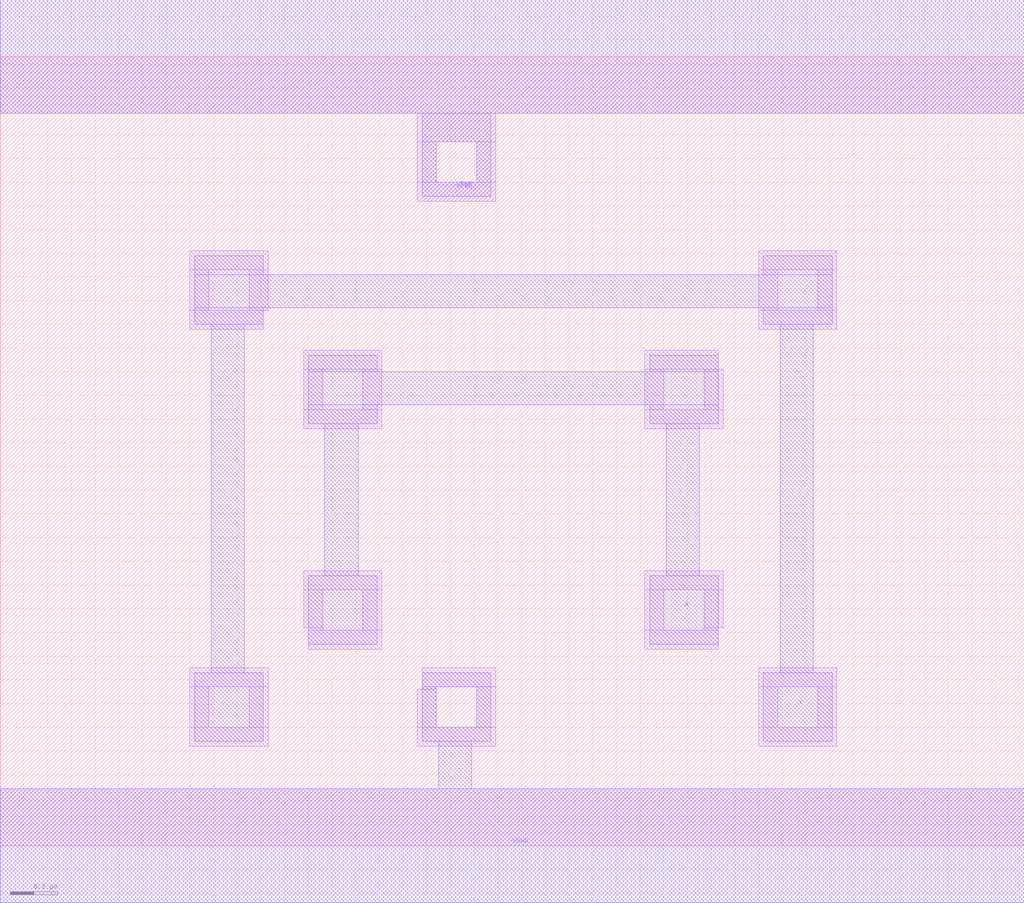
<source format=lef>
VERSION 5.7 ;
  NOWIREEXTENSIONATPIN ON ;
  DIVIDERCHAR "/" ;
  BUSBITCHARS "[]" ;
MACRO INVX4
  CLASS CORE ;
  FOREIGN INVX4 ;
  ORIGIN 0.000 0.000 ;
  SIZE 4.320 BY 3.330 ;
  SYMMETRY X Y R90 ;
  SITE unit ;
  PIN VPWR
    DIRECTION INOUT ;
    USE POWER ;
    SHAPE ABUTMENT ;
    PORT
      LAYER met1 ;
        RECT 0.000 3.090 4.320 3.570 ;
        RECT 1.780 2.970 2.070 3.090 ;
        RECT 1.780 2.800 1.840 2.970 ;
        RECT 2.010 2.800 2.070 2.970 ;
        RECT 1.780 2.740 2.070 2.800 ;
    END
    PORT
      LAYER li1 ;
        RECT 0.000 3.090 4.320 3.570 ;
        RECT 1.760 2.970 2.090 3.090 ;
        RECT 1.760 2.800 1.840 2.970 ;
        RECT 2.010 2.800 2.090 2.970 ;
        RECT 1.760 2.720 2.090 2.800 ;
    END
  END VPWR
  PIN VGND
    DIRECTION INOUT ;
    USE GROUND ;
    SHAPE ABUTMENT ;
    PORT
      LAYER met1 ;
        RECT 1.780 0.670 2.070 0.730 ;
        RECT 1.780 0.500 1.840 0.670 ;
        RECT 2.010 0.500 2.070 0.670 ;
        RECT 1.780 0.440 2.070 0.500 ;
        RECT 1.850 0.240 1.990 0.440 ;
        RECT 0.000 -0.240 4.320 0.240 ;
    END
    PORT
      LAYER li1 ;
        RECT 0.000 -0.240 4.320 0.240 ;
    END
  END VGND
  PIN Y
    DIRECTION INOUT ;
    USE SIGNAL ;
    SHAPE ABUTMENT ;
    PORT
      LAYER met1 ;
        RECT 0.820 2.410 1.110 2.490 ;
        RECT 3.220 2.410 3.510 2.490 ;
        RECT 0.820 2.270 3.510 2.410 ;
        RECT 0.820 2.200 1.110 2.270 ;
        RECT 3.220 2.200 3.510 2.270 ;
        RECT 0.890 0.730 1.030 2.200 ;
        RECT 3.290 0.730 3.430 2.200 ;
        RECT 0.820 0.440 1.110 0.730 ;
        RECT 3.220 0.440 3.510 0.730 ;
    END
  END Y
  PIN A
    DIRECTION INOUT ;
    USE SIGNAL ;
    SHAPE ABUTMENT ;
    PORT
      LAYER met1 ;
        RECT 1.300 2.000 1.590 2.070 ;
        RECT 2.740 2.000 3.030 2.070 ;
        RECT 1.300 1.860 3.030 2.000 ;
        RECT 1.300 1.780 1.590 1.860 ;
        RECT 2.740 1.780 3.030 1.860 ;
        RECT 1.370 1.140 1.510 1.780 ;
        RECT 2.810 1.140 2.950 1.780 ;
        RECT 1.300 0.850 1.590 1.140 ;
        RECT 2.740 0.850 3.030 1.140 ;
    END
  END A
  OBS
      LAYER li1 ;
        RECT 0.800 2.430 1.130 2.510 ;
        RECT 0.800 2.260 0.880 2.430 ;
        RECT 1.050 2.260 1.130 2.430 ;
        RECT 3.200 2.430 3.530 2.510 ;
        RECT 3.200 2.260 3.280 2.430 ;
        RECT 3.450 2.260 3.530 2.430 ;
        RECT 0.800 2.180 1.110 2.260 ;
        RECT 3.200 2.180 3.530 2.260 ;
        RECT 1.280 2.010 1.610 2.090 ;
        RECT 1.280 1.840 1.360 2.010 ;
        RECT 1.530 1.840 1.610 2.010 ;
        RECT 1.280 1.760 1.610 1.840 ;
        RECT 2.720 2.010 3.030 2.090 ;
        RECT 2.720 1.840 2.800 2.010 ;
        RECT 2.970 1.840 3.050 2.010 ;
        RECT 2.720 1.760 3.050 1.840 ;
        RECT 1.280 1.080 1.610 1.160 ;
        RECT 1.280 0.920 1.360 1.080 ;
        RECT 1.300 0.910 1.360 0.920 ;
        RECT 1.530 0.910 1.610 1.080 ;
        RECT 1.300 0.830 1.610 0.910 ;
        RECT 2.720 1.080 3.050 1.160 ;
        RECT 2.720 0.910 2.800 1.080 ;
        RECT 2.970 0.920 3.050 1.080 ;
        RECT 2.970 0.910 3.030 0.920 ;
        RECT 2.720 0.830 3.030 0.910 ;
        RECT 0.800 0.670 1.130 0.750 ;
        RECT 0.800 0.500 0.880 0.670 ;
        RECT 1.050 0.500 1.130 0.670 ;
        RECT 1.780 0.670 2.090 0.750 ;
        RECT 1.780 0.660 1.840 0.670 ;
        RECT 0.800 0.420 1.130 0.500 ;
        RECT 1.760 0.500 1.840 0.660 ;
        RECT 2.010 0.500 2.090 0.670 ;
        RECT 1.760 0.420 2.090 0.500 ;
        RECT 3.200 0.670 3.530 0.750 ;
        RECT 3.200 0.500 3.280 0.670 ;
        RECT 3.450 0.500 3.530 0.670 ;
        RECT 3.200 0.420 3.530 0.500 ;
  END
END INVX4
END LIBRARY


</source>
